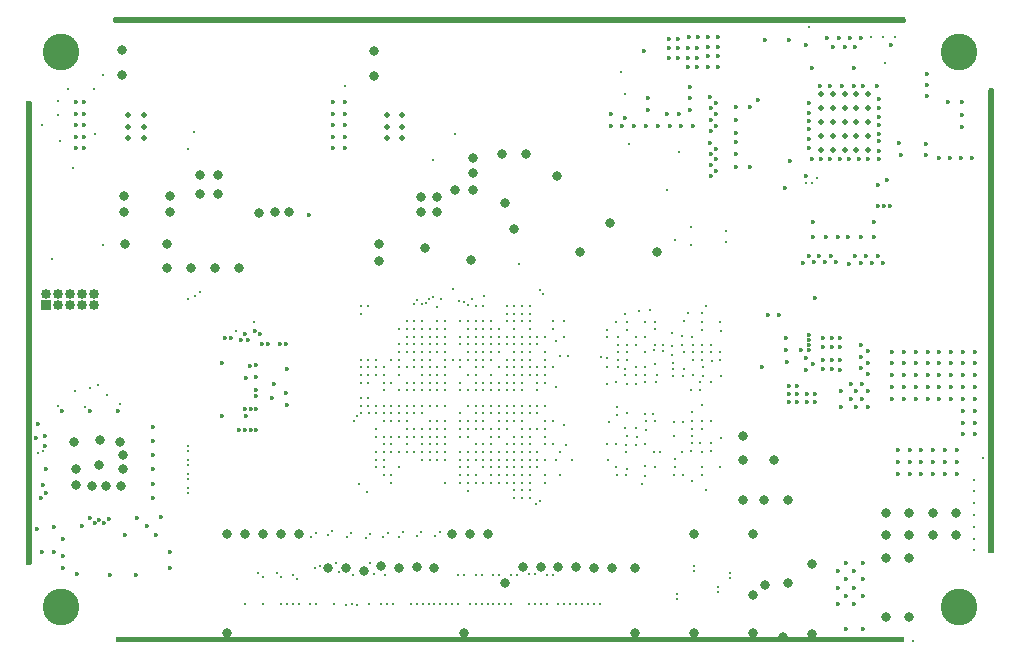
<source format=gbr>
%TF.GenerationSoftware,KiCad,Pcbnew,7.99.0-2419-g7f14b70ac3*%
%TF.CreationDate,2023-09-02T02:09:12+02:00*%
%TF.ProjectId,DQBSC,44514253-432e-46b6-9963-61645f706362,rev?*%
%TF.SameCoordinates,Original*%
%TF.FileFunction,Copper,L6,Inr*%
%TF.FilePolarity,Positive*%
%FSLAX46Y46*%
G04 Gerber Fmt 4.6, Leading zero omitted, Abs format (unit mm)*
G04 Created by KiCad (PCBNEW 7.99.0-2419-g7f14b70ac3) date 2023-09-02 02:09:12*
%MOMM*%
%LPD*%
G01*
G04 APERTURE LIST*
%TA.AperFunction,ComponentPad*%
%ADD10R,0.850000X0.850000*%
%TD*%
%TA.AperFunction,ComponentPad*%
%ADD11O,0.850000X0.850000*%
%TD*%
%TA.AperFunction,ComponentPad*%
%ADD12C,0.500000*%
%TD*%
%TA.AperFunction,ComponentPad*%
%ADD13C,3.100000*%
%TD*%
%TA.AperFunction,ViaPad*%
%ADD14C,0.300000*%
%TD*%
%TA.AperFunction,ViaPad*%
%ADD15C,0.800000*%
%TD*%
%TA.AperFunction,ViaPad*%
%ADD16C,0.360000*%
%TD*%
G04 APERTURE END LIST*
D10*
%TO.N,Net-(J2-Pin_1)*%
%TO.C,J2*%
X60309281Y-102983614D03*
D11*
%TO.N,JTAG_TMS*%
X60309281Y-101983614D03*
%TO.N,GND*%
X61309281Y-102983614D03*
%TO.N,JTAG_TCK*%
X61309281Y-101983614D03*
%TO.N,GND*%
X62309281Y-102983614D03*
%TO.N,JTAG_TDO*%
X62309281Y-101983614D03*
%TO.N,Net-(J2-Pin_7)*%
X63309281Y-102983614D03*
%TO.N,JTAG_TDI*%
X63309281Y-101983614D03*
%TO.N,Net-(J2-Pin_9)*%
X64309281Y-102983614D03*
%TO.N,Net-(D2-K)*%
X64309281Y-101983614D03*
%TD*%
D12*
%TO.N,GND*%
%TO.C,U9*%
X67245000Y-86845000D03*
X67245000Y-87845000D03*
X67245000Y-88845000D03*
X68545000Y-86845000D03*
X68545000Y-87845000D03*
X68545000Y-88845000D03*
%TD*%
D13*
%TO.N,Net-(C4-Pad1)*%
%TO.C,H3*%
X61565481Y-81545014D03*
%TD*%
%TO.N,Net-(C3-Pad1)*%
%TO.C,H1*%
X137565481Y-81545014D03*
%TD*%
%TO.N,Net-(C5-Pad1)*%
%TO.C,H2*%
X61565481Y-128545014D03*
%TD*%
D12*
%TO.N,GND*%
%TO.C,U8*%
X125893462Y-85120028D03*
X125893462Y-86295028D03*
X125893462Y-87470028D03*
X125893462Y-88645028D03*
X125893462Y-89820028D03*
X126893462Y-85120028D03*
X126893462Y-86295028D03*
X126893462Y-87470028D03*
X126893462Y-88645028D03*
X126893462Y-89820028D03*
X127893462Y-85120028D03*
X127893462Y-86295028D03*
X127893462Y-87470028D03*
X127893462Y-88645028D03*
X127893462Y-89820028D03*
X128893462Y-85120028D03*
X128893462Y-86295028D03*
X128893462Y-87470028D03*
X128893462Y-88645028D03*
X128893462Y-89820028D03*
X129893462Y-85120028D03*
X129893462Y-86295028D03*
X129893462Y-87470028D03*
X129893462Y-88645028D03*
X129893462Y-89820028D03*
%TD*%
D13*
%TO.N,Net-(C6-Pad1)*%
%TO.C,H4*%
X137565481Y-128545014D03*
%TD*%
D12*
%TO.N,GND*%
%TO.C,U10*%
X89154000Y-86845000D03*
X89154000Y-87845000D03*
X89154000Y-88845000D03*
X90454000Y-86845000D03*
X90454000Y-87845000D03*
X90454000Y-88845000D03*
%TD*%
D14*
%TO.N,*%
X102520000Y-108230400D03*
%TO.N,GND*%
X140318681Y-120409414D03*
X58693462Y-96720028D03*
X88665481Y-128255014D03*
D15*
X66711000Y-83434000D03*
D14*
X62585000Y-91330400D03*
X114895000Y-110101400D03*
D16*
X128793462Y-98770028D03*
X116543462Y-92057528D03*
D14*
X96020000Y-108880400D03*
X104693462Y-78720028D03*
D16*
X129893462Y-110220028D03*
D14*
X72685081Y-131376614D03*
D16*
X122943462Y-106770028D03*
D14*
X58683081Y-92902214D03*
X140343462Y-108370028D03*
D16*
X126443462Y-80370028D03*
D14*
X58693462Y-101720028D03*
X92770000Y-112780400D03*
X71693462Y-78720028D03*
X62120000Y-84630400D03*
X111776400Y-106730000D03*
D15*
X88047000Y-81461000D03*
D14*
X140343462Y-104370028D03*
D16*
X130193462Y-99420028D03*
D14*
X117435000Y-105148400D03*
D15*
X95665481Y-130745014D03*
D16*
X134818462Y-90225028D03*
D14*
X140318681Y-114409414D03*
X89520000Y-111480400D03*
X103495000Y-105955400D03*
X91470000Y-107580400D03*
X101220000Y-104980400D03*
D15*
X125165481Y-124900514D03*
X137365481Y-120520028D03*
D14*
X100570000Y-108880400D03*
D16*
X135870000Y-90470400D03*
D15*
X108165481Y-125233014D03*
D14*
X96020000Y-116030400D03*
X140318681Y-117409414D03*
X99270000Y-110180400D03*
X140318681Y-122409414D03*
X92120000Y-108230400D03*
X140343462Y-101415014D03*
X140320000Y-85230400D03*
X129693462Y-131370028D03*
X140320000Y-89430400D03*
D15*
X115165481Y-122345014D03*
D14*
X58693462Y-97720028D03*
X88693462Y-131370028D03*
X99270000Y-111480400D03*
X106165481Y-128255014D03*
X96020000Y-107580400D03*
D15*
X121093462Y-119470028D03*
D16*
X129243462Y-99420028D03*
D14*
X90693462Y-78720028D03*
X97320000Y-113430400D03*
X58683081Y-93902214D03*
X91693462Y-78720028D03*
D16*
X61730962Y-124220028D03*
D14*
X108923000Y-83253014D03*
X138843462Y-120720028D03*
X97320000Y-109530400D03*
X132138591Y-80221514D03*
X58693462Y-122720028D03*
X58693462Y-98720028D03*
X122693462Y-78720028D03*
X97320000Y-112130400D03*
X58693462Y-117720028D03*
X86693462Y-131370028D03*
D16*
X124855962Y-98820028D03*
D15*
X137365481Y-122395014D03*
D14*
X114133000Y-105529400D03*
X80693462Y-131370028D03*
X110196000Y-109593400D03*
X140320000Y-86230400D03*
D16*
X128343462Y-80370028D03*
D15*
X96165481Y-122345014D03*
D14*
X116693462Y-131370028D03*
D15*
X106665481Y-125233014D03*
D14*
X88220000Y-114080400D03*
X123693462Y-78720028D03*
X95693462Y-78720028D03*
D16*
X79100000Y-106225000D03*
D14*
X87693462Y-131370028D03*
X131693462Y-131370028D03*
X117844700Y-97588400D03*
X58693462Y-120720028D03*
X101220000Y-103680400D03*
D16*
X127593462Y-111570028D03*
D14*
X127693462Y-131370028D03*
X90820000Y-114080400D03*
X115784000Y-107561400D03*
X92770000Y-108230400D03*
X58683081Y-86902214D03*
D15*
X115165481Y-130745014D03*
D16*
X117043462Y-90607528D03*
X124878462Y-106733429D03*
X136825000Y-90470400D03*
D14*
X96020000Y-104330400D03*
D15*
X66818462Y-115670028D03*
D14*
X138843462Y-121720028D03*
X119693462Y-131370028D03*
X58683081Y-90902214D03*
X90170000Y-106930400D03*
D16*
X128893462Y-110220028D03*
D14*
X101870000Y-113430400D03*
D15*
X96290481Y-99095014D03*
D14*
X101870000Y-108880400D03*
X99270000Y-114730400D03*
X108545000Y-109466400D03*
X129621481Y-78747814D03*
D15*
X97665481Y-122345014D03*
D16*
X127393462Y-80370028D03*
D14*
X132693462Y-131370028D03*
X130693462Y-131370028D03*
X93420000Y-104330400D03*
X140343462Y-107370028D03*
X140343462Y-112370028D03*
X85693462Y-78720028D03*
D15*
X92390481Y-98120014D03*
D14*
X102520000Y-116030400D03*
X114937279Y-105665169D03*
D15*
X131365481Y-129395014D03*
D14*
X125621481Y-78747814D03*
X118693462Y-131370028D03*
D16*
X117043462Y-87757528D03*
D14*
X114693462Y-78720028D03*
D15*
X64793462Y-116470028D03*
D14*
X124863462Y-79445014D03*
D16*
X70780962Y-123820028D03*
D14*
X79693462Y-78720028D03*
D16*
X126255962Y-99320028D03*
D14*
X89520000Y-117330400D03*
D15*
X66711000Y-81334000D03*
X123093462Y-126470028D03*
D14*
X108672000Y-107561400D03*
D15*
X88665481Y-125080400D03*
X102165481Y-125106014D03*
D14*
X140343462Y-105370028D03*
X58693462Y-107720028D03*
X87420000Y-118780400D03*
X99920000Y-107580400D03*
X117693462Y-78720028D03*
X103693462Y-131370028D03*
X140343462Y-90370028D03*
X109693462Y-131370028D03*
D15*
X108005000Y-96043000D03*
D14*
X140320000Y-88630400D03*
X96670000Y-117330400D03*
D16*
X77100000Y-113525000D03*
X124878462Y-105896627D03*
D14*
X72693462Y-78720028D03*
D16*
X62930962Y-125720028D03*
D15*
X65365481Y-118245014D03*
D14*
X94070000Y-114730400D03*
X140318681Y-123409414D03*
D16*
X129893462Y-106820028D03*
D14*
X92120000Y-112130400D03*
X91470000Y-104330400D03*
X97320000Y-111480400D03*
X95370000Y-109530400D03*
X140343462Y-92370028D03*
X109327626Y-103711393D03*
D15*
X62815481Y-118195014D03*
D16*
X131818462Y-80965028D03*
X126893462Y-81070028D03*
D14*
X96693462Y-131370028D03*
D15*
X66818462Y-116870028D03*
D14*
X89693462Y-78720028D03*
X96020000Y-110180400D03*
D16*
X124893462Y-106320028D03*
D14*
X97320000Y-114730400D03*
D16*
X131205962Y-94570028D03*
D14*
X68693462Y-78720028D03*
D16*
X128655962Y-82920028D03*
D14*
X58693462Y-95720028D03*
X92693462Y-131370028D03*
X86770000Y-118080400D03*
D15*
X100665481Y-125106014D03*
D16*
X134793462Y-89325028D03*
D14*
X99920000Y-105630400D03*
X86693462Y-78720028D03*
D15*
X105165481Y-125106014D03*
D16*
X124243462Y-106720028D03*
D14*
X90170000Y-108880400D03*
X99270000Y-108880400D03*
X113515481Y-97470014D03*
D15*
X88490481Y-97795014D03*
D14*
X99270000Y-117980400D03*
D15*
X110165481Y-125233014D03*
D14*
X58693462Y-102720028D03*
D15*
X99165210Y-126444400D03*
D16*
X130693462Y-98770028D03*
X82540000Y-95310400D03*
D14*
X130138591Y-80221514D03*
D16*
X69993462Y-120920028D03*
X128793462Y-81070028D03*
X75200000Y-112375000D03*
D15*
X110165481Y-130745014D03*
D16*
X127893462Y-81070028D03*
D14*
X58693462Y-116720028D03*
D16*
X80100000Y-106225000D03*
D14*
X107783000Y-105021400D03*
D16*
X129393462Y-109620028D03*
D14*
X140343462Y-100415014D03*
X97970000Y-114080400D03*
X97970000Y-113430400D03*
X113371000Y-107815400D03*
X92665481Y-128255014D03*
X58693462Y-112720028D03*
D16*
X131143462Y-99420028D03*
D14*
X87570000Y-103030400D03*
X95370000Y-110180400D03*
D15*
X85665481Y-125230400D03*
D14*
X89693462Y-131370028D03*
D16*
X78600000Y-106225000D03*
D15*
X64815481Y-114395014D03*
D16*
X117043462Y-89707528D03*
D14*
X104693462Y-131370028D03*
X95693462Y-131370028D03*
D15*
X119293462Y-114070028D03*
D16*
X138720000Y-90470400D03*
D15*
X125165481Y-130770028D03*
D14*
X116546000Y-109466400D03*
D16*
X129693462Y-98770028D03*
D15*
X133365481Y-129395014D03*
D16*
X124355962Y-99370028D03*
D14*
X124693462Y-131370028D03*
D16*
X65680962Y-125820028D03*
D14*
X140318681Y-121409414D03*
X86165481Y-128255014D03*
X116673000Y-107688400D03*
X88870000Y-112780400D03*
X100570000Y-103680400D03*
X58693462Y-99720028D03*
D15*
X133365481Y-122395014D03*
D14*
X94070000Y-110180400D03*
X76693462Y-131370028D03*
X58683081Y-91902214D03*
X123693462Y-131370028D03*
X104665481Y-128255014D03*
D16*
X125755962Y-98820028D03*
D15*
X93165481Y-125180400D03*
D14*
X113693462Y-131370028D03*
X58683081Y-85902214D03*
X77165481Y-128230400D03*
D15*
X122693462Y-131070028D03*
D14*
X140343462Y-93370028D03*
X58683081Y-87902214D03*
D16*
X129893462Y-107820028D03*
D14*
X58693462Y-100720028D03*
X117693462Y-131370028D03*
D15*
X99865481Y-96495014D03*
D14*
X105693462Y-78720028D03*
X140343462Y-110370028D03*
X138843462Y-119720028D03*
X70685081Y-131376614D03*
X83693462Y-131370028D03*
X99270000Y-117330400D03*
X93693462Y-131370028D03*
X140343462Y-102370028D03*
X100570000Y-113430400D03*
X100693462Y-131370028D03*
X94693462Y-131370028D03*
D15*
X88047000Y-83561000D03*
D14*
X120693462Y-131370028D03*
X58693462Y-119720028D03*
X101220000Y-118630400D03*
D16*
X63330962Y-121620028D03*
X126755962Y-98820028D03*
X60943462Y-123870028D03*
D14*
X138843462Y-123720028D03*
D16*
X129893462Y-108820028D03*
D14*
X58693462Y-109720028D03*
X94070000Y-112780400D03*
D16*
X117043462Y-85857528D03*
D15*
X123093462Y-119470028D03*
D14*
X83693462Y-78720028D03*
X108672000Y-106291400D03*
D16*
X120565481Y-85577528D03*
D14*
X94693462Y-78720028D03*
D15*
X84165481Y-125230400D03*
D14*
X140343462Y-113370028D03*
X87693462Y-78720028D03*
X58693462Y-103720028D03*
D15*
X135365481Y-122395014D03*
D14*
X85620000Y-84370400D03*
D15*
X131365481Y-120520028D03*
D14*
X101665481Y-128255014D03*
X60779281Y-99043614D03*
D16*
X67930962Y-125820028D03*
X116543462Y-91107528D03*
X116493462Y-89207528D03*
D14*
X120693462Y-78720028D03*
X75693462Y-131370028D03*
D16*
X77546846Y-108071846D03*
D14*
X102520000Y-114730400D03*
X140318681Y-116409414D03*
X77693462Y-78720028D03*
X82693462Y-131370028D03*
X98693462Y-131370028D03*
D15*
X88448623Y-99252496D03*
D14*
X92120000Y-114730400D03*
X81693462Y-78720028D03*
X131621481Y-78747814D03*
D16*
X117043462Y-86757528D03*
D14*
X115784000Y-103624400D03*
X75693462Y-78720028D03*
X97693462Y-131370028D03*
X140318681Y-119409414D03*
X108693462Y-131370028D03*
D16*
X128293462Y-99470028D03*
D14*
X108693462Y-78720028D03*
D16*
X69630962Y-122420028D03*
D14*
X93420000Y-110180400D03*
X86920000Y-103680400D03*
X140343462Y-103370028D03*
X94070000Y-108230400D03*
D16*
X132505962Y-89220028D03*
D14*
X110693462Y-131370028D03*
X140343462Y-109370028D03*
X101693462Y-131370028D03*
X88220000Y-111480400D03*
X102693462Y-131370028D03*
D15*
X70509481Y-99833014D03*
D16*
X128893462Y-111570028D03*
X123255962Y-90720028D03*
D14*
X64320000Y-84630400D03*
X97320000Y-110180400D03*
D16*
X137780000Y-90470400D03*
X124893462Y-105470028D03*
D14*
X91470000Y-114080400D03*
X90820000Y-111480400D03*
D15*
X105455000Y-98443000D03*
D14*
X73693462Y-78720028D03*
D16*
X116543462Y-88207528D03*
D14*
X90170000Y-104980400D03*
X97970000Y-104330400D03*
X108626800Y-112216400D03*
X111847000Y-104975900D03*
X90170000Y-106280400D03*
X78693462Y-131370028D03*
D16*
X121193462Y-80497528D03*
X134893462Y-84277528D03*
X134893462Y-83377528D03*
D14*
X78665481Y-128255014D03*
D16*
X129893462Y-111570028D03*
D14*
X99693462Y-78720028D03*
D15*
X112005000Y-98443000D03*
D14*
X66693462Y-78720028D03*
D15*
X135365481Y-120520028D03*
D16*
X130755962Y-94570028D03*
D14*
X140343462Y-111370028D03*
D16*
X120868462Y-108170028D03*
D14*
X58693462Y-114720028D03*
D15*
X119293462Y-119470028D03*
X103665481Y-125106014D03*
D14*
X138843462Y-122720028D03*
D15*
X62615481Y-114545014D03*
D14*
X103693462Y-78720028D03*
X92770000Y-114730400D03*
X67693462Y-78720028D03*
D15*
X76605481Y-99833014D03*
D14*
X70693462Y-78720028D03*
X69693462Y-78720028D03*
X115693462Y-78720028D03*
X83165481Y-128255014D03*
X101220000Y-117330400D03*
X105693462Y-131370028D03*
X112693462Y-78720028D03*
D16*
X124643462Y-92050028D03*
D14*
X99270000Y-112130400D03*
X74693462Y-78720028D03*
X93420000Y-108230400D03*
D15*
X120143462Y-127470028D03*
X133365481Y-124395014D03*
X75590481Y-122345014D03*
D14*
X98693462Y-78720028D03*
X109615481Y-89345014D03*
D16*
X66993462Y-122420028D03*
D15*
X87170000Y-125430400D03*
D14*
X61480000Y-89055400D03*
X92770000Y-107580400D03*
X92120000Y-106930400D03*
X99270000Y-103030400D03*
D15*
X90165481Y-125230400D03*
D14*
X67685081Y-131376614D03*
X96670000Y-114730400D03*
D15*
X75590481Y-130745014D03*
D14*
X61320000Y-86830400D03*
X106693462Y-131370028D03*
D16*
X122318462Y-103770028D03*
D14*
X58693462Y-104720028D03*
D16*
X116543462Y-87257528D03*
D14*
X88870000Y-109530400D03*
X111847000Y-107942400D03*
X122693462Y-131370028D03*
X140343462Y-94370028D03*
X116693462Y-78720028D03*
X100332219Y-99461752D03*
X93420000Y-114730400D03*
X113693462Y-78720028D03*
D15*
X120165481Y-130745014D03*
D14*
X93420000Y-112780400D03*
X114693462Y-131370028D03*
X100570000Y-109530400D03*
X101220000Y-112130400D03*
X99693462Y-131370028D03*
X89520000Y-107580400D03*
D16*
X128393462Y-109620028D03*
X131705962Y-94570028D03*
D14*
X68685081Y-131376614D03*
D15*
X80165481Y-122345014D03*
D14*
X99270000Y-103680400D03*
X97970000Y-114730400D03*
X100693462Y-78720028D03*
D15*
X119293462Y-116070028D03*
D14*
X140343462Y-106370028D03*
X101693462Y-78720028D03*
X96020000Y-112780400D03*
D16*
X70780962Y-125220028D03*
D14*
X117434996Y-108958400D03*
X97970000Y-107580400D03*
X92120000Y-111480400D03*
D15*
X133365481Y-120520028D03*
D16*
X116493462Y-85357528D03*
D14*
X139643462Y-115870028D03*
X97970000Y-117330400D03*
X130621481Y-78747814D03*
D16*
X61730962Y-125220028D03*
D14*
X58693462Y-110720028D03*
D15*
X91670000Y-125130400D03*
D14*
X100570000Y-116680400D03*
X101220000Y-107580400D03*
X95370000Y-117980400D03*
X99920000Y-114080400D03*
X99270000Y-115380400D03*
D16*
X79600000Y-109625000D03*
D14*
X90693462Y-131370028D03*
X102693462Y-78720028D03*
D15*
X131365481Y-124395014D03*
D14*
X131138591Y-80221514D03*
X140320000Y-87830400D03*
D16*
X116543462Y-90157528D03*
D14*
X58693462Y-115720028D03*
D16*
X68843462Y-121620028D03*
D14*
X140343462Y-95370028D03*
D16*
X127593462Y-110220028D03*
D14*
X107693462Y-78720028D03*
D16*
X78100000Y-113525000D03*
D14*
X131313462Y-82495014D03*
D15*
X72541481Y-99833014D03*
D14*
X84665481Y-128255014D03*
X91693462Y-131370028D03*
D16*
X125305962Y-99320028D03*
D14*
X82693462Y-78720028D03*
X58683081Y-88902214D03*
X99920000Y-116680400D03*
D16*
X122880000Y-93030400D03*
D14*
X109693462Y-78720028D03*
X111693462Y-78720028D03*
X117308000Y-106926400D03*
X69685081Y-131376614D03*
D16*
X129293462Y-80370028D03*
D14*
X121693462Y-78720028D03*
X126621481Y-78747814D03*
X128621481Y-78747814D03*
D15*
X121165481Y-126645014D03*
D14*
X88693462Y-78720028D03*
X121693462Y-131370028D03*
X102520000Y-111480400D03*
X100570000Y-118630400D03*
X77693462Y-131370028D03*
X93693462Y-78720028D03*
X117844700Y-96638400D03*
X61320000Y-85630400D03*
X140318681Y-115409414D03*
X91470000Y-108230400D03*
D16*
X129293462Y-107320028D03*
D14*
X91165481Y-128255014D03*
X140320000Y-87030400D03*
X133693462Y-131370028D03*
D16*
X116543462Y-86307528D03*
D14*
X59965481Y-87745014D03*
D16*
X61730962Y-122720028D03*
D14*
X80693462Y-78720028D03*
X124621481Y-78747814D03*
X107693462Y-131370028D03*
D15*
X81665481Y-122345014D03*
D14*
X138843462Y-117720028D03*
X127621481Y-78747814D03*
X111693462Y-131370028D03*
D15*
X131365481Y-122395014D03*
X94665481Y-122345014D03*
D16*
X80700000Y-111425000D03*
D14*
X78693462Y-78720028D03*
X76693462Y-78720028D03*
X107275000Y-107307400D03*
X89520000Y-112780400D03*
X79693462Y-131370028D03*
X71685081Y-131376614D03*
X84693462Y-131370028D03*
D15*
X121893462Y-116070028D03*
D14*
X58693462Y-113720028D03*
X97693462Y-78720028D03*
X115693462Y-131370028D03*
X90170000Y-111480400D03*
D15*
X64165481Y-118245014D03*
D14*
X58693462Y-121720028D03*
D15*
X74573481Y-99833014D03*
D16*
X129293462Y-108320028D03*
D14*
X140318681Y-118409414D03*
X113303000Y-106374200D03*
X132621481Y-78747814D03*
D15*
X66953481Y-97801014D03*
D14*
X110243000Y-105624200D03*
X91470000Y-113430400D03*
X58683081Y-94902214D03*
D16*
X80600000Y-106225000D03*
D14*
X65120000Y-83430400D03*
X112693462Y-131370028D03*
X58683081Y-89902214D03*
X92120000Y-107580400D03*
D15*
X77165481Y-122345014D03*
D14*
X58693462Y-111720028D03*
X106693462Y-78720028D03*
X96693462Y-78720028D03*
X92120000Y-110180400D03*
X115657000Y-109466400D03*
D16*
X129293462Y-106320028D03*
D14*
X97165481Y-128255014D03*
X81665481Y-128230400D03*
X110196000Y-108196400D03*
X110693462Y-78720028D03*
D15*
X66565481Y-114545014D03*
D14*
X58693462Y-124720028D03*
D16*
X127205962Y-99320028D03*
D14*
X90170000Y-110180400D03*
X119693462Y-78720028D03*
X58693462Y-123720028D03*
X94165481Y-128255014D03*
D16*
X117043462Y-91607528D03*
D14*
X58693462Y-108720028D03*
X109290481Y-85120014D03*
X99270000Y-108230400D03*
X99270000Y-112780400D03*
X58693462Y-105720028D03*
D16*
X80650000Y-108375000D03*
D14*
X80165481Y-128230400D03*
X95370000Y-112780400D03*
X84693462Y-78720028D03*
X118693462Y-78720028D03*
X99270000Y-109530400D03*
D16*
X134893462Y-85277528D03*
D15*
X78665481Y-122345014D03*
D14*
X92693462Y-78720028D03*
D15*
X66615481Y-118245014D03*
D14*
X98665481Y-128255014D03*
X138843462Y-118720028D03*
X97320000Y-112780400D03*
X66685081Y-131376614D03*
D15*
X62793462Y-116870028D03*
D14*
X100570000Y-112130400D03*
D16*
X129393462Y-110870028D03*
D14*
X74685081Y-131376614D03*
X81693462Y-131370028D03*
D15*
X120165481Y-122345014D03*
D14*
X73685081Y-131376614D03*
X91470000Y-111480400D03*
D15*
X70509481Y-97801014D03*
D14*
X95370000Y-108230400D03*
X58693462Y-118720028D03*
X101870000Y-112130400D03*
X58693462Y-106720028D03*
X85693462Y-131370028D03*
D16*
X128393462Y-110870028D03*
D14*
X140343462Y-91370028D03*
%TO.N,GBE0_MDI3_N*%
X72330962Y-118895028D03*
%TO.N,GBE0_MDI3_P*%
X72330962Y-118445028D03*
D16*
%TO.N,/IO/LED0*%
X64793462Y-121120028D03*
%TO.N,/IO/LED1*%
X64393462Y-121370028D03*
D14*
%TO.N,GBE0_MDI2_N*%
X72330962Y-117695028D03*
%TO.N,GBE0_MDI2_P*%
X72330962Y-117245028D03*
%TO.N,/MPU/VDDA_0P9*%
X97970000Y-108880400D03*
%TO.N,GBE0_MDI1_N*%
X72330962Y-116495028D03*
%TO.N,GBE0_MDI1_P*%
X72330962Y-116045028D03*
%TO.N,GBE0_MDI0_N*%
X72330962Y-115295028D03*
%TO.N,GBE0_MDI0_P*%
X72330962Y-114845028D03*
D16*
%TO.N,3.3V_SW*%
X115420981Y-82803014D03*
X137393462Y-116245028D03*
X133918462Y-108895028D03*
X128693462Y-84407528D03*
X134918462Y-110895028D03*
X115420981Y-82003014D03*
X136918462Y-109895028D03*
X133918462Y-106895028D03*
X131918462Y-109895028D03*
X127493462Y-90557528D03*
X130843462Y-85470028D03*
X129493462Y-84407528D03*
X115420981Y-81203014D03*
X138918462Y-112895028D03*
X133393462Y-117245028D03*
X137918462Y-113895028D03*
X137918462Y-110895028D03*
X138918462Y-111895028D03*
X130843462Y-90557528D03*
X125383462Y-102345028D03*
X134393462Y-116245028D03*
X124893462Y-89670028D03*
X138918462Y-113895028D03*
X113820981Y-81203014D03*
X132918462Y-110895028D03*
X117156481Y-82775014D03*
X123193462Y-80497528D03*
X135918462Y-106895028D03*
X127638838Y-84403766D03*
X135918462Y-107895028D03*
X133918462Y-109895028D03*
X133393462Y-115245028D03*
X138918462Y-109895028D03*
X132393462Y-115245028D03*
D14*
X112865481Y-93245014D03*
D16*
X136918462Y-107895028D03*
X116356481Y-81075014D03*
X134918462Y-106895028D03*
X131918462Y-107895028D03*
X135393462Y-117245028D03*
X130843462Y-87057528D03*
X117156481Y-80275014D03*
X122893462Y-105770028D03*
X113820981Y-82003014D03*
X131918462Y-108895028D03*
X136918462Y-110895028D03*
X136393462Y-117245028D03*
X116356481Y-81875014D03*
X113020981Y-80403014D03*
X115467481Y-80275014D03*
X113020981Y-82003014D03*
X137918462Y-109895028D03*
X124893462Y-88070028D03*
X136918462Y-108895028D03*
X136393462Y-116245028D03*
X131918462Y-110895028D03*
X130843462Y-87670028D03*
X135393462Y-116245028D03*
X129893462Y-90557528D03*
X125793462Y-84420028D03*
X124893462Y-87357528D03*
X138918462Y-107895028D03*
X114620981Y-81203014D03*
X137918462Y-107895028D03*
X113020981Y-81203014D03*
X134393462Y-115245028D03*
X137918462Y-112895028D03*
X129093462Y-90557528D03*
X117156481Y-81075014D03*
X131918462Y-106895028D03*
X137393462Y-117245028D03*
X137918462Y-108895028D03*
X116356481Y-82775014D03*
X132393462Y-116245028D03*
X116356481Y-80275014D03*
X117156481Y-81875014D03*
X130840643Y-89870028D03*
X124893462Y-85870028D03*
X114620981Y-82803014D03*
X114705481Y-80275014D03*
X134918462Y-108895028D03*
X135393462Y-115245028D03*
X121368462Y-103770028D03*
X126693462Y-84407528D03*
X136393462Y-115245028D03*
X128293462Y-90557528D03*
X126693462Y-90553941D03*
X132918462Y-108895028D03*
X138918462Y-108895028D03*
X135918462Y-110895028D03*
X135918462Y-109895028D03*
D14*
X114907200Y-96338400D03*
D16*
X130840643Y-89070028D03*
X136918462Y-106895028D03*
X137393462Y-115245028D03*
X132393462Y-117245028D03*
X134918462Y-107895028D03*
X133918462Y-107895028D03*
X134393462Y-117245028D03*
X124893462Y-86670028D03*
X130643462Y-84407528D03*
X132918462Y-109895028D03*
X124893462Y-88870028D03*
X133918462Y-110895028D03*
X125893462Y-90557528D03*
X137918462Y-111895028D03*
X132918462Y-106895028D03*
X138918462Y-110895028D03*
X137918462Y-106895028D03*
X135918462Y-108895028D03*
X130843462Y-86270028D03*
X134918462Y-109895028D03*
X113820981Y-80403014D03*
X130840643Y-88470028D03*
X133393462Y-116245028D03*
X114620981Y-82003014D03*
X125093462Y-90557528D03*
X132918462Y-107895028D03*
X138918462Y-106895028D03*
D14*
%TO.N,Net-(U3A-ZQ0)*%
X111440925Y-103375146D03*
%TO.N,I2C1_SCL*%
X89520000Y-114730400D03*
%TO.N,I2C1_SDA*%
X89520000Y-114080400D03*
%TO.N,I2C2_SCL*%
X90820000Y-115380400D03*
%TO.N,I2C2_SDA*%
X90170000Y-115380400D03*
%TO.N,I2C3_SCL*%
X90820000Y-114730400D03*
%TO.N,I2C3_SDA*%
X90170000Y-114080400D03*
%TO.N,Net-(U3A-ODT_CA_A)*%
X108672000Y-108196400D03*
%TO.N,Net-(U3A-ODT_CA_B)*%
X109439600Y-114045200D03*
%TO.N,UART2_TXD*%
X88870000Y-115380400D03*
X85640000Y-128340400D03*
%TO.N,UART2_RXD*%
X85125610Y-125573187D03*
%TO.N,UART1_TXD*%
X83045000Y-125180400D03*
%TO.N,UART1_RXD*%
X82665481Y-128255014D03*
X88220000Y-115380400D03*
D16*
%TO.N,/IO/ENET_2.5V_A*%
X69343462Y-115670028D03*
X69343462Y-119270028D03*
X69343462Y-116870028D03*
D14*
%TO.N,USB2_RX_N*%
X81556777Y-126147177D03*
%TO.N,USB2_RX_P*%
X81203223Y-125793623D03*
%TO.N,USB2_TX_N*%
X80186777Y-125987177D03*
%TO.N,USB2_TX_P*%
X79833223Y-125633623D03*
%TO.N,USB2_DP*%
X78263223Y-125633623D03*
D16*
%TO.N,VDD_1V*%
X61593462Y-111920028D03*
X69343462Y-113270028D03*
D14*
%TO.N,UART3_RXD*%
X84820000Y-124760400D03*
%TO.N,UART3_TXD*%
X83445000Y-125055400D03*
%TO.N,UART4_RXD*%
X88220000Y-116030400D03*
%TO.N,NVCC_DRAM_1V1*%
X111878000Y-112775200D03*
X100570000Y-112780400D03*
X101220000Y-117980400D03*
X109388800Y-117347200D03*
D16*
X128193462Y-97157528D03*
D14*
X114207000Y-117353000D03*
X113445000Y-117302200D03*
D16*
X129243462Y-97157528D03*
D14*
X111974000Y-108831400D03*
X115784000Y-104386400D03*
X100570000Y-104330400D03*
X115657000Y-110101400D03*
X107783000Y-108196400D03*
X101870000Y-110180400D03*
X112487600Y-106831600D03*
X101220000Y-114080400D03*
X101870000Y-116030400D03*
X109434000Y-107561400D03*
X101220000Y-106280400D03*
X114133000Y-106291400D03*
X99920000Y-112130400D03*
X107864800Y-116026400D03*
X111878500Y-116641800D03*
X109439600Y-112064000D03*
X113423146Y-114067054D03*
X112276600Y-115371800D03*
X113548400Y-115979600D03*
X111847000Y-104386400D03*
X101220000Y-108880400D03*
X114260000Y-104259400D03*
X107915600Y-112826000D03*
X101870000Y-106280400D03*
X113323912Y-108404900D03*
X101220000Y-108230400D03*
X100570000Y-117980400D03*
X107783000Y-105656400D03*
X110760400Y-118109200D03*
X99920000Y-110180400D03*
X110303200Y-114096000D03*
X109434000Y-104386400D03*
X101220000Y-104330400D03*
X110504387Y-103467404D03*
X101220000Y-114730400D03*
X109434000Y-109593400D03*
X115680200Y-114660600D03*
D16*
X130343462Y-95957528D03*
X130343462Y-97157528D03*
D14*
X113244000Y-107180400D03*
X101220000Y-116030400D03*
X115799033Y-111402882D03*
X99920000Y-111480400D03*
X112482000Y-106291400D03*
D16*
X132648462Y-90220028D03*
D14*
X107783000Y-109593400D03*
X115843000Y-117374200D03*
X113452800Y-112826000D03*
X115784000Y-106926400D03*
X108654088Y-111622900D03*
%TO.N,DRAM_DQ21*%
X99920000Y-119280400D03*
X111717800Y-115371800D03*
%TO.N,DRAM_DQ19*%
X103495000Y-116030400D03*
X108525200Y-114705600D03*
%TO.N,DRAM_DQ25*%
X117356600Y-116692600D03*
X99920000Y-117330400D03*
%TO.N,DRAM_DQ24*%
X116188200Y-118572200D03*
X100570000Y-117330400D03*
%TO.N,Net-(U1A-MIPI_VDD1)*%
X89520000Y-109530400D03*
%TO.N,DRAM_DQ26*%
X99920000Y-117980400D03*
X116594600Y-115270200D03*
%TO.N,DRAM_DQ28*%
X114969000Y-114660600D03*
X100570000Y-114730400D03*
%TO.N,DRAM_DQ27*%
X99920000Y-116030400D03*
X116543800Y-114660600D03*
%TO.N,DRAM_DQ30*%
X100570000Y-115380400D03*
X114969000Y-117824200D03*
%TO.N,DRAM_DQ15*%
X113244000Y-105275400D03*
X100570000Y-108230400D03*
%TO.N,DRAM_DQ12*%
X100570000Y-107580400D03*
X114260000Y-106926400D03*
%TO.N,DRAM_DQ14*%
X114672000Y-103580400D03*
X100570000Y-106930400D03*
%TO.N,DRAM_DQ11*%
X116546000Y-106926400D03*
X99920000Y-106280400D03*
%TO.N,DRAM_DQ9*%
X117339000Y-104342400D03*
X99920000Y-104980400D03*
%TO.N,DRAM_DQ10*%
X99920000Y-104330400D03*
X116546000Y-106291400D03*
%TO.N,DRAM_DQ4*%
X99920000Y-103680400D03*
X110958000Y-106926400D03*
%TO.N,DRAM_DQ6*%
X100570000Y-103030400D03*
X110958000Y-105656400D03*
%TO.N,DRAM_DQ22*%
X100570000Y-119280400D03*
X111032000Y-116540200D03*
%TO.N,DRAM_DQ23*%
X110963600Y-117429200D03*
X101220000Y-119280400D03*
%TO.N,DRAM_DQS3_P*%
X101220000Y-116680400D03*
X115832600Y-115371800D03*
%TO.N,DRAM_DM3*%
X100570000Y-116030400D03*
X115843000Y-116674200D03*
%TO.N,DRAMREF*%
X100570000Y-110180400D03*
%TO.N,DRAM_DQ13*%
X101220000Y-106930400D03*
X115022000Y-106926400D03*
%TO.N,DRAM_DM1*%
X100570000Y-106280400D03*
X115784000Y-105021400D03*
%TO.N,DRAM_DQS1_P*%
X101220000Y-105630400D03*
X115784000Y-106291400D03*
%TO.N,DRAM_DQ8*%
X100570000Y-105630400D03*
X116170000Y-103030400D03*
%TO.N,DRAM_DQ7*%
X110958000Y-104386400D03*
X101220000Y-103030400D03*
%TO.N,DRAM_DQS2_N*%
X101761000Y-119791400D03*
X110193800Y-114762200D03*
%TO.N,DRAM_DQS2_P*%
X102116600Y-119537400D03*
X109417100Y-115394300D03*
%TO.N,DRAM_DQS3_N*%
X114918200Y-115321000D03*
X101870000Y-116680400D03*
%TO.N,DRAM_nCS0_B*%
X101220000Y-113430400D03*
X111065200Y-112775200D03*
%TO.N,DRAM_CKE0_A*%
X101870000Y-109530400D03*
X110958000Y-109466400D03*
%TO.N,DRAM_DQS1_N*%
X101870000Y-105630400D03*
X115022000Y-106291400D03*
%TO.N,DRAM_DQS0_P*%
X102398564Y-101979764D03*
X109434000Y-106291400D03*
%TO.N,DRAM_DQS0_N*%
X110196000Y-106291400D03*
X102087436Y-101668636D03*
%TO.N,DRAM_DQ16*%
X103820000Y-117330400D03*
X108626800Y-117347200D03*
%TO.N,DRAM_DM2*%
X102520000Y-117330400D03*
X109439600Y-116788400D03*
%TO.N,DRAM_DQ18*%
X104795000Y-116030400D03*
X109388800Y-114756400D03*
%TO.N,PMIC_SCL*%
X90820000Y-113430400D03*
%TO.N,DRAM_nCS1_B*%
X110244600Y-113390600D03*
X102520000Y-114080400D03*
%TO.N,DRAM_CKE0_B*%
X111014400Y-112165600D03*
X102520000Y-112780400D03*
%TO.N,DRAM_CA0_A*%
X102520000Y-108880400D03*
X109307000Y-108323400D03*
%TO.N,DRAM_CA2_A*%
X104470000Y-107255400D03*
X114260000Y-108323400D03*
%TO.N,DRAM_DQ3*%
X102520000Y-105630400D03*
X108672000Y-106926400D03*
%TO.N,DRAM_DM0*%
X109434000Y-105021400D03*
X103170000Y-104980400D03*
%TO.N,DRAM_DQ1*%
X108672000Y-105656400D03*
X103170000Y-104330400D03*
%TO.N,DRAM_DQ17*%
X108576000Y-116686800D03*
X102520000Y-117980400D03*
%TO.N,DRAM_CA1_A*%
X102520000Y-109530400D03*
X109338000Y-108863600D03*
%TO.N,DRAM_CKE1_A*%
X103495000Y-109855400D03*
X111921000Y-109428200D03*
%TO.N,DRAM_CA5_A*%
X102520000Y-107580400D03*
X115911000Y-108958400D03*
%TO.N,DRAM_DQ2*%
X109434000Y-106926400D03*
X104145000Y-105630400D03*
%TO.N,DRAM_DQ0*%
X108545000Y-104386400D03*
X104145000Y-104330400D03*
%TO.N,Net-(U1K-PCIE2_RESREF)*%
X86920000Y-103030400D03*
D16*
%TO.N,Net-(L9-Pad1)*%
X126793462Y-106470028D03*
X127493462Y-108420028D03*
X127493462Y-106520028D03*
X126793462Y-108370028D03*
X126093462Y-105720028D03*
X126793462Y-105720028D03*
X126093462Y-108370028D03*
X126093462Y-106470028D03*
X127493462Y-107620028D03*
X126093462Y-107570028D03*
X127493462Y-105770028D03*
X126793462Y-107570028D03*
D14*
%TO.N,SPI1_MOSI*%
X88059603Y-125728030D03*
%TO.N,SPI2_SSO*%
X86286358Y-125796758D03*
%TO.N,UART4_TXD*%
X89520000Y-115380400D03*
%TO.N,QSPIA_CLE*%
X91470000Y-105630400D03*
%TO.N,SPI1_MISO*%
X88953443Y-125778717D03*
%TO.N,HDMI_TX3_P*%
X95665481Y-125780400D03*
%TO.N,PCIE2_RXN*%
X93165481Y-128255014D03*
%TO.N,SPI2_MISO*%
X87697277Y-124780400D03*
%TO.N,SPI2_SCLK*%
X86579507Y-128360400D03*
X88220000Y-116680400D03*
%TO.N,PCIE2_RXP*%
X93665481Y-128255014D03*
%TO.N,PCIE1_TXN*%
X96165481Y-128255014D03*
X92089500Y-102840400D03*
%TO.N,SPI1_SSO*%
X89670000Y-128230400D03*
X88870000Y-117330400D03*
%TO.N,PCIE1_TXP*%
X96665481Y-128255014D03*
X92477660Y-102808098D03*
%TO.N,HDMI_TX2_P*%
X96665481Y-125780400D03*
%TO.N,PCIE2_REF_CLKN*%
X94665481Y-128274553D03*
%TO.N,PCIE2_REF_CLKP*%
X95165481Y-128274553D03*
%TO.N,QSPIA_SCLK*%
X90820000Y-106930400D03*
%TO.N,Net-(U1B-ZQ_{slash}_ZQ_{slash}_ZQ)*%
X100570000Y-111480400D03*
%TO.N,NAND_DATA0*%
X90820000Y-106280400D03*
X76351481Y-105167014D03*
%TO.N,BT_DEV_WAKE*%
X90820000Y-105630400D03*
%TO.N,QSPIA_nSS0 *%
X72308000Y-102416000D03*
X91470000Y-106930400D03*
%TO.N,NAND_nCE3*%
X91470000Y-106280400D03*
%TO.N,NAND_DATA2*%
X91470000Y-104980400D03*
D16*
X77936782Y-105121575D03*
D14*
%TO.N,PCIE1_RXP*%
X91720000Y-102540400D03*
X97665481Y-128255014D03*
D16*
%TO.N,NAND_DATA1*%
X77100000Y-105421014D03*
D14*
X92120000Y-106280400D03*
%TO.N,SPI1_SCLK*%
X88870000Y-116030400D03*
X89170000Y-128230400D03*
D16*
%TO.N,NAND_DATA3*%
X75400000Y-105725000D03*
D14*
X92120000Y-105630400D03*
D16*
%TO.N,NAND_DATA5*%
X76780500Y-105929014D03*
D14*
X92120000Y-104980400D03*
%TO.N,USB1_SS_SEL*%
X92770000Y-106930400D03*
%TO.N,NAND_nREADY*%
X92770000Y-106280400D03*
%TO.N,NAND_nWP*%
X92770000Y-105630400D03*
%TO.N,SPI2_MOSI*%
X87665481Y-128255014D03*
X88870000Y-116680400D03*
%TO.N,GPIO15*%
X92120000Y-116030400D03*
%TO.N,NAND_nWE*%
X92770000Y-104980400D03*
%TO.N,PCIE1_REF_CLKP*%
X93082124Y-102272363D03*
X99665481Y-128255014D03*
%TO.N,NAND_DATA6*%
X93420000Y-106930400D03*
D16*
X77419500Y-105929014D03*
%TO.N,NAND_DATA4*%
X75900000Y-105725000D03*
D14*
X93420000Y-106280400D03*
%TO.N,SD2_nCD*%
X93420000Y-105630400D03*
%TO.N,GPIO13*%
X92770000Y-116030400D03*
%TO.N,GPIO14*%
X92770000Y-115380400D03*
%TO.N,SD2_CLK*%
X93420000Y-104980400D03*
%TO.N,SD1_CMD*%
X93397657Y-103084057D03*
D16*
X77600000Y-111725000D03*
D14*
%TO.N,SD1_CLK*%
X93683678Y-102432503D03*
%TO.N,NAND_DATA7*%
X94070000Y-106930400D03*
D16*
X78383481Y-105421014D03*
D14*
%TO.N,BT_HOST_WAKE*%
X94070000Y-106280400D03*
%TO.N,SD2_WP*%
X94070000Y-105630400D03*
%TO.N,HDMI_REFCLK_N*%
X98165481Y-125780400D03*
%TO.N,HDMI_REFCLK_P*%
X98665481Y-125780400D03*
%TO.N,GPIO11*%
X93420000Y-116030400D03*
%TO.N,GPIO12*%
X93420000Y-115380400D03*
%TO.N,SD2_CMD*%
X94070000Y-104980400D03*
%TO.N,ENET_MDIO*%
X94720000Y-107580400D03*
D16*
X59893462Y-119270028D03*
%TO.N,ENET_MDC*%
X60065481Y-118145014D03*
D14*
X94726595Y-101603748D03*
%TO.N,SD2_D1*%
X95370000Y-105630400D03*
%TO.N,HDMI_TX0_P*%
X99665481Y-125780400D03*
%TO.N,GPIO9*%
X94070000Y-116030400D03*
%TO.N,GPIO10*%
X94070000Y-115380400D03*
%TO.N,GPIO6*%
X95370000Y-116680400D03*
%TO.N,SD1_D4*%
X95246797Y-102594525D03*
%TO.N,ENET_TX_CTL*%
X95370000Y-107580400D03*
X61263462Y-111495014D03*
%TO.N,ENET_TD3*%
X95370000Y-106280400D03*
D16*
X59464769Y-114245726D03*
D14*
%TO.N,GPIO8*%
X95370000Y-115380400D03*
%TO.N,GPIO3*%
X95370000Y-117330400D03*
%TO.N,SD2_D3*%
X96020000Y-105630400D03*
%TO.N,SD2_D2*%
X96020000Y-104980400D03*
%TO.N,SD1_D5*%
X96020000Y-102961724D03*
%TO.N,SD1_D3*%
X95683466Y-102663995D03*
%TO.N,ENET_TD2*%
X96020000Y-106930400D03*
X59565481Y-115495014D03*
%TO.N,ENET_TD0*%
X96020000Y-106280400D03*
D16*
X59565481Y-113045014D03*
D14*
%TO.N,HDMI_TX1_P*%
X101665481Y-125730400D03*
%TO.N,GPIO4*%
X96020000Y-116680400D03*
%TO.N,ENET_TD1*%
X59989078Y-115270028D03*
X96670000Y-106280400D03*
%TO.N,SD2_nRST*%
X96670000Y-105630400D03*
%TO.N,CLK1_P*%
X96670000Y-104980400D03*
%TO.N,SD1_nRST*%
X96670000Y-103030400D03*
%TO.N,SD1_D6*%
X96377387Y-102436729D03*
%TO.N,JTAG_TCK*%
X97320000Y-116680400D03*
%TO.N,ENET_TXC*%
X96670000Y-106930400D03*
D16*
X60193462Y-114070028D03*
D14*
%TO.N,ENET_RXC*%
X97320000Y-106280400D03*
X62765481Y-110245014D03*
%TO.N,GPIO5*%
X96020000Y-115380400D03*
%TO.N,GPIO2*%
X96020000Y-117330400D03*
%TO.N,ENET_RX_CTL*%
X97320000Y-105630400D03*
X63965481Y-109945014D03*
%TO.N,CLK2_P*%
X97320000Y-104980400D03*
%TO.N,CLK1_N*%
X96670000Y-104330400D03*
%TO.N,SD1_STROBE*%
X97320000Y-103008014D03*
%TO.N,SD1_D7*%
X97330033Y-102184367D03*
%TO.N,JTAG_TDO*%
X97970000Y-116680400D03*
%TO.N,JTAG_nTRS*%
X97320000Y-115380400D03*
X65119800Y-97894800D03*
%TO.N,JTAG_MOD*%
X97970000Y-115380400D03*
%TO.N,ENET_RD0*%
X97320000Y-106930400D03*
X63593462Y-111545014D03*
%TO.N,ENET_RD2*%
X97970000Y-106280400D03*
X65474060Y-110553593D03*
%TO.N,ENET_RD1*%
X64665481Y-109695014D03*
X97970000Y-105630400D03*
%TO.N,CLK2_N*%
X97970000Y-104980400D03*
%TO.N,JTAG_TMS*%
X97970000Y-116030400D03*
%TO.N,BOOT_MODE1*%
X98620000Y-116030400D03*
%TO.N,QSPIA_IO1*%
X72892200Y-102212800D03*
%TO.N,Net-(U1H-TEST_MODE)*%
X98620000Y-115380400D03*
%TO.N,ENET_RD3*%
X66565481Y-111345014D03*
X97970000Y-106930400D03*
%TO.N,PMIC_ON_REQ*%
X98620000Y-106930400D03*
%TO.N,PMIC_STBY_REQ*%
X98620000Y-105630400D03*
%TO.N,JTAG_TDI*%
X99270000Y-116680400D03*
%TO.N,BOOT_MODE0*%
X99270000Y-116030400D03*
%TO.N,QSPIA_IO2*%
X73349400Y-101857200D03*
%TO.N,POR_B*%
X98620000Y-106280400D03*
%TO.N,ONOFF*%
X99270000Y-105630400D03*
%TO.N,/MPU/RTC_nRST*%
X99270000Y-106280400D03*
X113840481Y-89995014D03*
%TO.N,DRAM_DQ20*%
X99920000Y-118630400D03*
X110988354Y-114729646D03*
%TO.N,DRAM_DQ5*%
X111847000Y-106291400D03*
X99920000Y-103030400D03*
%TO.N,DRAM_nRST*%
X101220000Y-111480400D03*
X116551600Y-112724400D03*
%TO.N,/POWER/PMIC_ON*%
X64445000Y-88480000D03*
D16*
%TO.N,VIN*%
X125193462Y-107970028D03*
X128015481Y-127570028D03*
X129415481Y-130370028D03*
X129415481Y-124770028D03*
X123893462Y-111170028D03*
X125393462Y-110470028D03*
X128715481Y-125470028D03*
X127315481Y-128270028D03*
X123893462Y-110470028D03*
X128015481Y-124770028D03*
X125393462Y-111170028D03*
X123193462Y-109770028D03*
X129415481Y-126170028D03*
X128715481Y-126870028D03*
X129415481Y-127570028D03*
X127315481Y-126870028D03*
X128015481Y-126170028D03*
X123193462Y-111170028D03*
X124593462Y-108470028D03*
X123893462Y-109770028D03*
X124693462Y-111170028D03*
X128715481Y-128270028D03*
X124693462Y-110470028D03*
X124593462Y-107470028D03*
X123193462Y-110470028D03*
X122993462Y-107770028D03*
X128015481Y-130370028D03*
X127315481Y-125470028D03*
D14*
%TO.N,VDDA_1V8*%
X97320000Y-104330400D03*
X97320000Y-108230400D03*
X98620000Y-108230400D03*
X99270000Y-104330400D03*
X92770000Y-110180400D03*
X96670000Y-108230400D03*
X99920000Y-112780400D03*
X95370000Y-112130400D03*
D16*
X131465481Y-92395014D03*
D14*
%TO.N,DRAM_CA2_B*%
X114976800Y-112775200D03*
X101870000Y-115380400D03*
%TO.N,DRAM_nCS1_A*%
X110196000Y-108831400D03*
X101870000Y-108230400D03*
%TO.N,DRAM_CA5_B*%
X104268900Y-114762200D03*
X115789600Y-112724400D03*
%TO.N,DRAM_CA4_A*%
X115911000Y-108196400D03*
X102520000Y-106930400D03*
%TO.N,DRAM_CA4_B*%
X115840400Y-113435600D03*
X103820000Y-115380400D03*
%TO.N,DRAM_CA3_B*%
X114976800Y-113435600D03*
X103170000Y-114730400D03*
%TO.N,DRAM_CA0_B*%
X109338000Y-113384800D03*
X104145000Y-113105400D03*
%TO.N,DRAM_CA1_B*%
X102520000Y-113430400D03*
%TO.N,DRAM_CKE1_B*%
X103170000Y-112780400D03*
X111667000Y-112171400D03*
%TO.N,DRAM_nCS0_A*%
X110958000Y-108831400D03*
X103170000Y-108230400D03*
%TO.N,DRAM_CA3_A*%
X103820000Y-107255400D03*
X115022000Y-108831400D03*
%TO.N,VDD_PHY_0V9*%
X97970000Y-117980400D03*
X90820000Y-104980400D03*
X89520000Y-112130400D03*
X124613462Y-92645014D03*
X88870000Y-111480400D03*
X125563462Y-92195014D03*
X88870000Y-112130400D03*
X90820000Y-104330400D03*
X90170000Y-107580400D03*
X90170000Y-108230400D03*
X125163462Y-92645014D03*
X97320000Y-117980400D03*
X90820000Y-108230400D03*
X88220000Y-112130400D03*
%TO.N,VDD_PHY_1V8*%
X95989500Y-118660960D03*
X88220000Y-107580400D03*
D16*
X130755962Y-92810028D03*
D14*
X88870000Y-108230400D03*
%TO.N,NVCC_3V3*%
X90170000Y-116680400D03*
X94070000Y-107580400D03*
X91470000Y-115380400D03*
X96670000Y-116030400D03*
X92120000Y-115380400D03*
X89520000Y-117980400D03*
X88870000Y-114730400D03*
X98620000Y-116680400D03*
X94070000Y-117980400D03*
%TO.N,VDD_PHY_3V3*%
X90820000Y-112130400D03*
X90820000Y-112780400D03*
X92120000Y-104330400D03*
X91470000Y-112130400D03*
X90170000Y-112130400D03*
X90170000Y-112780400D03*
%TO.N,VDD_ARM_0V9*%
X92770000Y-108880400D03*
X92120000Y-108880400D03*
D15*
X73356000Y-93560000D03*
X73356000Y-91909000D03*
D14*
X94070000Y-108880400D03*
D15*
X74880000Y-91909000D03*
D14*
X90820000Y-110180400D03*
D15*
X70816000Y-95084000D03*
D14*
X93420000Y-108880400D03*
D15*
X66879000Y-93687000D03*
X66879000Y-95084000D03*
X74880000Y-93560000D03*
D14*
X90820000Y-109530400D03*
D15*
X70816000Y-93687000D03*
D14*
X92770000Y-109530400D03*
X91470000Y-109530400D03*
X92120000Y-109530400D03*
X93420000Y-109530400D03*
D15*
X80849000Y-95084000D03*
D14*
X91470000Y-110180400D03*
D15*
X78309000Y-95133000D03*
X79706000Y-95084000D03*
D14*
X94070000Y-109530400D03*
D16*
%TO.N,VDD_GPU_0V9*%
X118693462Y-86207528D03*
X118693462Y-87307528D03*
X119893462Y-86207528D03*
D14*
X93420000Y-113430400D03*
X92770000Y-114080400D03*
X94070000Y-113430400D03*
X94070000Y-114080400D03*
X92120000Y-113430400D03*
D16*
X118693462Y-88357528D03*
D14*
X93420000Y-114080400D03*
X92770000Y-113430400D03*
X92120000Y-114080400D03*
D15*
%TO.N,VDD_SOC_0V9*%
X96470000Y-90512000D03*
D14*
X96020000Y-111480400D03*
D15*
X93422000Y-95084000D03*
X96470000Y-93179000D03*
X92025000Y-93814000D03*
X94946000Y-93179000D03*
D14*
X96670000Y-108880400D03*
D15*
X93422000Y-93814000D03*
X92025000Y-95084000D03*
D14*
X96670000Y-109530400D03*
X94070000Y-111480400D03*
X93420000Y-111480400D03*
D15*
X103582000Y-92036000D03*
X98883000Y-90131000D03*
D14*
X96670000Y-112130400D03*
D15*
X100915000Y-90131000D03*
D14*
X92770000Y-111480400D03*
D15*
X99137000Y-94322000D03*
D14*
X96670000Y-112780400D03*
X96670000Y-111480400D03*
X96670000Y-110180400D03*
X96670000Y-113430400D03*
D15*
X96470000Y-91782000D03*
D14*
%TO.N,NVCC_SD1_1V8*%
X94070000Y-104330400D03*
D16*
%TO.N,VDD_VPU_0V9*%
X118693462Y-90157528D03*
D14*
X96020000Y-114080400D03*
X95370000Y-113430400D03*
X96020000Y-113430400D03*
D16*
X118693462Y-91257528D03*
X118693462Y-89107528D03*
D14*
X95370000Y-114080400D03*
D16*
X119893462Y-91257528D03*
D14*
%TO.N,NVCC_SD2*%
X95370000Y-104330400D03*
%TO.N,VDD_SNVS_0V9*%
X96670000Y-107580400D03*
D16*
%TO.N,NVCC_ENET_2V5*%
X60243462Y-116870028D03*
X63993462Y-111920028D03*
X66393462Y-111920028D03*
X63993462Y-121020028D03*
D14*
X97320000Y-107580400D03*
D16*
X60193462Y-114870028D03*
D14*
%TO.N,VDD_DRAM_0V9*%
X99920000Y-106930400D03*
X99920000Y-108230400D03*
X98620000Y-112130400D03*
X97970000Y-110180400D03*
X98620000Y-111480400D03*
D16*
X137843462Y-86857528D03*
D14*
X98620000Y-109530400D03*
X99920000Y-114730400D03*
X97970000Y-109530400D03*
X98620000Y-114080400D03*
X99920000Y-109530400D03*
X97970000Y-111480400D03*
D16*
X136643462Y-85757528D03*
X137843462Y-85757528D03*
D14*
X99920000Y-115380400D03*
X99270000Y-113430400D03*
X99920000Y-108880400D03*
D16*
X137843462Y-87907528D03*
D14*
X98620000Y-112780400D03*
X97970000Y-112130400D03*
X98620000Y-110180400D03*
X98620000Y-113430400D03*
%TO.N,NVCC_SNVS_3V3*%
X99270000Y-107580400D03*
%TO.N,USB1_TX_N*%
X92046777Y-122153623D03*
X87570000Y-111480400D03*
%TO.N,USB1_TX_P*%
X91693223Y-122507177D03*
X86920000Y-111480400D03*
%TO.N,USB1_RX_N*%
X93596777Y-122153623D03*
X87616097Y-112084303D03*
%TO.N,USB1_RX_P*%
X93243223Y-122507177D03*
X86966097Y-112084303D03*
%TO.N,USB1_DP*%
X86920000Y-110830400D03*
X90143223Y-122557177D03*
%TO.N,Net-(U1M-USB1_RESREF)*%
X86578131Y-112323939D03*
%TO.N,USB1_DN*%
X90496777Y-122203623D03*
X87570000Y-110830400D03*
%TO.N,Net-(U1M-USB2_RESREF)*%
X86396521Y-112744944D03*
%TO.N,USB1_VBUS*%
X88870000Y-110180400D03*
%TO.N,HDMI_SDA*%
X96020000Y-117980400D03*
%TO.N,HDMI_SCL*%
X96670000Y-117980400D03*
D16*
%TO.N,VDD_1V8*%
X77100000Y-111725000D03*
D14*
X110958000Y-108196400D03*
D16*
X78100000Y-108025000D03*
D14*
X107783000Y-107434400D03*
X115022000Y-107561400D03*
X77875481Y-104405014D03*
D16*
X110943000Y-81428000D03*
X77200000Y-112375000D03*
X127343462Y-97157528D03*
X126293462Y-97157528D03*
D14*
X111050980Y-113556192D03*
X107763200Y-114705600D03*
X117435000Y-114165400D03*
D16*
X77600000Y-113525000D03*
X76600000Y-113525000D03*
D14*
X117308000Y-107561400D03*
D16*
X125193462Y-95957528D03*
X125193462Y-97157528D03*
D14*
X114960757Y-114024897D03*
%TO.N,DRAM_DQ29*%
X101220000Y-115380400D03*
X114156200Y-115371800D03*
D16*
%TO.N,Net-(U4-VDDI)*%
X75211268Y-107875000D03*
%TO.N,Net-(U4-RCLK)*%
X78050000Y-110125000D03*
%TO.N,Net-(U4-NRST)*%
X78050000Y-110675000D03*
%TO.N,Net-(U4-CLK)*%
X78100000Y-111725000D03*
%TO.N,/IO/VDD1A*%
X67993462Y-121020028D03*
X69343462Y-114470028D03*
X69343462Y-118070028D03*
D14*
%TO.N,GPIO0*%
X97320000Y-116030400D03*
%TO.N,GPIO1*%
X96670000Y-115380400D03*
%TO.N,Net-(U9-COMP)*%
X72770000Y-88255400D03*
%TO.N,Net-(U10-VSNS)*%
X93041000Y-90639000D03*
%TO.N,Net-(U10-COMP)*%
X94946000Y-88480000D03*
%TO.N,Net-(U9-VSNS)*%
X72295000Y-89705400D03*
D16*
%TO.N,3.3V_SW_DELAYED*%
X113070981Y-87803014D03*
X111070981Y-87803014D03*
X125143462Y-82882528D03*
X85565481Y-88695014D03*
X77200000Y-109125000D03*
X59943462Y-123870028D03*
X62815481Y-89670014D03*
X85565481Y-89670014D03*
X115070981Y-87803014D03*
X62815481Y-88695014D03*
X84590481Y-88695014D03*
X110070981Y-87803014D03*
X124603462Y-80935028D03*
X59543462Y-121870028D03*
X62815481Y-86745014D03*
X84590481Y-87720014D03*
X84590481Y-89670014D03*
X108073661Y-87810622D03*
X63465481Y-86745014D03*
X62815481Y-85770014D03*
X62815481Y-87720014D03*
X79414310Y-110810690D03*
X85565481Y-87720014D03*
X111240481Y-86420014D03*
X114815481Y-86420014D03*
X111240481Y-85445014D03*
X113840481Y-86745014D03*
X85565481Y-85770014D03*
X63465481Y-85770014D03*
X80600000Y-110425000D03*
X114815481Y-85445014D03*
X109070981Y-87803014D03*
X109290481Y-87070014D03*
X114815481Y-84470014D03*
X78100000Y-109025000D03*
X108073661Y-86810622D03*
X112070981Y-87803014D03*
X84590481Y-86745014D03*
X85565481Y-86745014D03*
X112865481Y-86745014D03*
X63465481Y-88695014D03*
X114070981Y-87803014D03*
X63465481Y-87720014D03*
X84590481Y-85770014D03*
X63465481Y-89670014D03*
%TO.N,Net-(U5-REFCLK_SEL_0)*%
X65593462Y-121033228D03*
%TO.N,Net-(U5-REFCLK_SEL_1)*%
X65193462Y-121370028D03*
D14*
%TO.N,ENET_INT*%
X95370000Y-116030400D03*
D16*
%TO.N,ENET_NRST*%
X60943462Y-121770028D03*
D14*
%TO.N,DSI_D3_N*%
X87343223Y-122657177D03*
X86920000Y-109530400D03*
%TO.N,DSI_D1_N*%
X85743223Y-122607177D03*
X86920000Y-108880400D03*
%TO.N,DSI_D0_N*%
X84143223Y-122407177D03*
X86920000Y-108230400D03*
%TO.N,DSI_D2_N*%
X86920000Y-107580400D03*
X82743223Y-122607177D03*
%TO.N,DSI_D3_P*%
X87570000Y-109530400D03*
X87696777Y-122303623D03*
%TO.N,DSI_D1_P*%
X87570000Y-108880400D03*
X86096777Y-122253623D03*
%TO.N,DSI_D0_P*%
X87570000Y-108230400D03*
X84496777Y-122053623D03*
%TO.N,DSI_D2_P*%
X83096777Y-122253623D03*
X87570000Y-107580400D03*
%TO.N,DSI_CLK_N*%
X88843223Y-122607177D03*
X88220000Y-108880400D03*
%TO.N,DSI_CLK_P*%
X89196777Y-122253623D03*
X88870000Y-108880400D03*
%TO.N,USB2_DN*%
X78616777Y-125987177D03*
%TO.N,USB2_ID1*%
X80665481Y-128230400D03*
X88220000Y-113430400D03*
D16*
%TO.N,/IO/VDDMDIO*%
X60243462Y-118870028D03*
D14*
%TO.N,Net-(U1B-MTEST1_{slash}_MTEST1(ALERT_n)_{slash}_MTEST1)*%
X101870000Y-111480400D03*
%TO.N,DRAM_DQ31*%
X100570000Y-114080400D03*
X113511843Y-116680679D03*
%TO.N,/MPU/RTC_CLK*%
X114870000Y-97830400D03*
X98620000Y-104980400D03*
%TO.N,DRAM_CKB_P*%
X114239258Y-112810868D03*
%TO.N,DRAM_CKA_P*%
X113392835Y-108990434D03*
%TO.N,DRAM_CKB_N*%
X114992124Y-112012614D03*
%TO.N,DRAM_CKA_N*%
X114171165Y-108982028D03*
%TO.N,HDMI_AUX_P*%
X102665481Y-125780400D03*
%TO.N,HDMI_HDP*%
X98620000Y-117980400D03*
%TO.N,HDMI_CEC*%
X98620000Y-117330400D03*
%TO.N,HDMI_TX3_N*%
X95165481Y-125780400D03*
%TO.N,HDMI_TX2_N*%
X97165481Y-125780400D03*
%TO.N,HDMI_TX0_N*%
X100165481Y-125780400D03*
%TO.N,HDMI_TX1_N*%
X101165481Y-125730400D03*
%TO.N,HDMI_AUX_N*%
X103165481Y-125780400D03*
%TO.N,unconnected-(J1-eDP_TX3-{slash}LVDS_A_CK--PadA82)*%
X115165481Y-125020014D03*
%TO.N,unconnected-(J1-eDP_AUX+{slash}LVDS_I2C_CK-PadA83)*%
X115165481Y-125470014D03*
%TO.N,unconnected-(J1-GPI3-PadA85)*%
X113665481Y-127420014D03*
%TO.N,unconnected-(J1-RSVD-PadA86)*%
X113665481Y-127870014D03*
%TO.N,unconnected-(J1-PCIE_CLK_REF+-PadA88)*%
X118165481Y-125620014D03*
%TO.N,unconnected-(J1-PCIE_CLK_REF--PadA89)*%
X118165481Y-126070014D03*
%TO.N,unconnected-(J1-SPI_POWER-PadA91)*%
X117165481Y-126820014D03*
%TO.N,unconnected-(J1-SPI_MISO_(\u002A\u002A)-PadA92)*%
X117165481Y-127270014D03*
%TO.N,USB2_VBUS*%
X88870000Y-114080400D03*
X81165481Y-128255014D03*
%TO.N,Net-(U1L-MIPI_DSI_REXT)*%
X88220000Y-108230400D03*
%TO.N,unconnected-(J1-RSVD-PadB52)*%
X101165481Y-128255014D03*
%TO.N,unconnected-(J1-GPO1-PadB54)*%
X102165481Y-128255014D03*
%TO.N,unconnected-(J1-RSVD-PadB55)*%
X102665481Y-128255014D03*
%TO.N,unconnected-(J1-GPO2-PadB57)*%
X103665481Y-128255014D03*
%TO.N,unconnected-(J1-PCIE_RX3+-PadB58)*%
X104165481Y-128255014D03*
%TO.N,unconnected-(J1-GND(FIXED)-PadB60)*%
X105165481Y-128255014D03*
%TO.N,unconnected-(J1-PCIE_RX2+-PadB61)*%
X105665481Y-128255014D03*
%TO.N,unconnected-(J1-GPO3-PadB63)*%
X106665481Y-128255014D03*
%TO.N,unconnected-(J1-PCIE_RX1+-PadB64)*%
X107165481Y-128255014D03*
%TO.N,PCIE2_TXN*%
X91665481Y-128245332D03*
%TO.N,PCIE2_TXP*%
X92165481Y-128245332D03*
%TO.N,PCIE1_RXN*%
X91460000Y-102870900D03*
X98165481Y-128255014D03*
%TO.N,PCIE1_REF_CLKN*%
X99165481Y-128255014D03*
X92720000Y-102430400D03*
%TD*%
%TA.AperFunction,Conductor*%
%TO.N,GND*%
G36*
X59007602Y-85665016D02*
G01*
X59054095Y-85718672D01*
X59065481Y-85771014D01*
X59065481Y-124819014D01*
X59045479Y-124887135D01*
X58991823Y-124933628D01*
X58939481Y-124945014D01*
X58716981Y-124945014D01*
X58648860Y-124925012D01*
X58602367Y-124871356D01*
X58590981Y-124819014D01*
X58590981Y-85771014D01*
X58610983Y-85702893D01*
X58664639Y-85656400D01*
X58716981Y-85645014D01*
X58939481Y-85645014D01*
X59007602Y-85665016D01*
G37*
%TD.AperFunction*%
%TD*%
%TA.AperFunction,Conductor*%
%TO.N,GND*%
G36*
X133002002Y-78590516D02*
G01*
X133048495Y-78644172D01*
X133059881Y-78696514D01*
X133059881Y-78919014D01*
X133039879Y-78987135D01*
X132986223Y-79033628D01*
X132933881Y-79045014D01*
X66091481Y-79045014D01*
X66023360Y-79025012D01*
X65976867Y-78971356D01*
X65965481Y-78919014D01*
X65965481Y-78696514D01*
X65985483Y-78628393D01*
X66039139Y-78581900D01*
X66091481Y-78570514D01*
X132933881Y-78570514D01*
X133002002Y-78590516D01*
G37*
%TD.AperFunction*%
%TD*%
%TA.AperFunction,Conductor*%
%TO.N,GND*%
G36*
X140482102Y-84610216D02*
G01*
X140528595Y-84663872D01*
X140539981Y-84716214D01*
X140539981Y-123815014D01*
X140519979Y-123883135D01*
X140466323Y-123929628D01*
X140413981Y-123941014D01*
X140191481Y-123941014D01*
X140123360Y-123921012D01*
X140076867Y-123867356D01*
X140065481Y-123815014D01*
X140065481Y-84716214D01*
X140085483Y-84648093D01*
X140139139Y-84601600D01*
X140191481Y-84590214D01*
X140413981Y-84590214D01*
X140482102Y-84610216D01*
G37*
%TD.AperFunction*%
%TD*%
%TA.AperFunction,Conductor*%
%TO.N,GND*%
G36*
X132903602Y-131065016D02*
G01*
X132950095Y-131118672D01*
X132961481Y-131171014D01*
X132961481Y-131393514D01*
X132941479Y-131461635D01*
X132887823Y-131508128D01*
X132835481Y-131519514D01*
X66291481Y-131519514D01*
X66223360Y-131499512D01*
X66176867Y-131445856D01*
X66165481Y-131393514D01*
X66165481Y-131171014D01*
X66185483Y-131102893D01*
X66239139Y-131056400D01*
X66291481Y-131045014D01*
X132835481Y-131045014D01*
X132903602Y-131065016D01*
G37*
%TD.AperFunction*%
%TD*%
M02*

</source>
